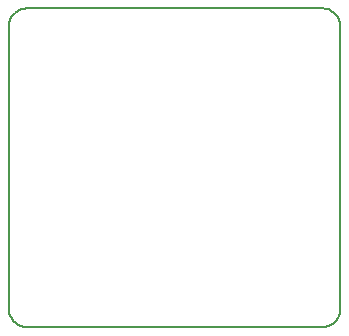
<source format=gm1>
G04*
G04 #@! TF.GenerationSoftware,Altium Limited,Altium Designer,19.0.15 (446)*
G04*
G04 Layer_Color=16711935*
%FSLAX25Y25*%
%MOIN*%
G70*
G01*
G75*
%ADD11C,0.00500*%
D11*
X6157Y106299D02*
X5120Y106196D01*
X4117Y105915D01*
X3178Y105463D01*
X2332Y104856D01*
X1604Y104110D01*
X1017Y103250D01*
X588Y102300D01*
X330Y101291D01*
X252Y100252D01*
X252Y5906D02*
X355Y4869D01*
X636Y3866D01*
X1088Y2927D01*
X1695Y2080D01*
X2441Y1353D01*
X3301Y765D01*
X4250Y336D01*
X5260Y78D01*
X6299Y0D01*
X104582D02*
X105621Y78D01*
X106631Y336D01*
X107580Y765D01*
X108440Y1353D01*
X109186Y2080D01*
X109793Y2927D01*
X110245Y3866D01*
X110526Y4869D01*
X110629Y5906D01*
X110629Y100252D02*
X110551Y101291D01*
X110293Y102300D01*
X109864Y103250D01*
X109277Y104110D01*
X108549Y104856D01*
X107703Y105463D01*
X106764Y105915D01*
X105761Y106196D01*
X104724Y106299D01*
X6299Y0D02*
X104724D01*
X252Y5906D02*
Y100394D01*
X6299Y106299D02*
X104724D01*
X110629Y5906D02*
Y100394D01*
M02*

</source>
